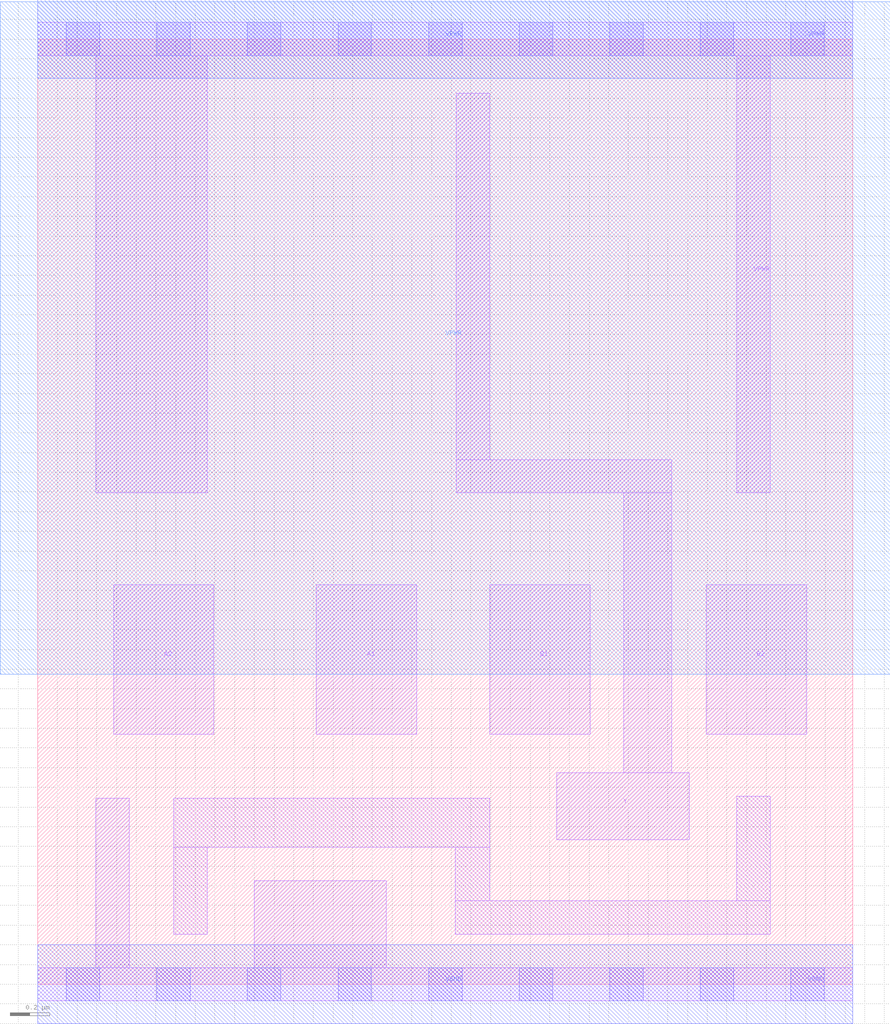
<source format=lef>
VERSION 5.7 ;
  NOWIREEXTENSIONATPIN ON ;
  DIVIDERCHAR "/" ;
  BUSBITCHARS "[]" ;
MACRO thesis_oai22
  CLASS CORE ;
  FOREIGN thesis_oai22 ;
  ORIGIN 0.000 0.000 ;
  SIZE 4.140 BY 4.800 ;
  PIN A2
    DIRECTION INPUT ;
    USE SIGNAL ;
    ANTENNAGATEAREA 0.553500 ;
    PORT
      LAYER li1 ;
        RECT 0.385 1.270 0.895 2.030 ;
    END
  END A2
  PIN A1
    DIRECTION INPUT ;
    USE SIGNAL ;
    ANTENNAGATEAREA 0.553500 ;
    PORT
      LAYER li1 ;
        RECT 1.415 1.270 1.925 2.030 ;
    END
  END A1
  PIN B1
    DIRECTION INPUT ;
    USE SIGNAL ;
    ANTENNAGATEAREA 0.553500 ;
    PORT
      LAYER li1 ;
        RECT 2.295 1.270 2.805 2.030 ;
    END
  END B1
  PIN B2
    DIRECTION INPUT ;
    USE SIGNAL ;
    ANTENNAGATEAREA 0.553500 ;
    PORT
      LAYER li1 ;
        RECT 3.395 1.270 3.905 2.030 ;
    END
  END B2
  PIN Y
    DIRECTION OUTPUT ;
    USE SIGNAL ;
    ANTENNADIFFAREA 2.287800 ;
    PORT
      LAYER li1 ;
        RECT 2.125 2.665 2.295 4.525 ;
        RECT 2.125 2.495 3.220 2.665 ;
        RECT 2.975 1.075 3.220 2.495 ;
        RECT 2.635 0.735 3.310 1.075 ;
    END
  END Y
  PIN VPWR
    DIRECTION INOUT ;
    USE POWER ;
    PORT
      LAYER nwell ;
        RECT -0.190 1.575 4.330 4.990 ;
      LAYER li1 ;
        RECT 0.000 4.715 4.140 4.885 ;
        RECT 0.295 2.495 0.860 4.715 ;
        RECT 3.550 2.495 3.720 4.715 ;
      LAYER mcon ;
        RECT 0.145 4.715 0.315 4.885 ;
        RECT 0.605 4.715 0.775 4.885 ;
        RECT 1.065 4.715 1.235 4.885 ;
        RECT 1.525 4.715 1.695 4.885 ;
        RECT 1.985 4.715 2.155 4.885 ;
        RECT 2.445 4.715 2.615 4.885 ;
        RECT 2.905 4.715 3.075 4.885 ;
        RECT 3.365 4.715 3.535 4.885 ;
        RECT 3.825 4.715 3.995 4.885 ;
      LAYER met1 ;
        RECT 0.000 4.600 4.140 5.000 ;
    END
  END VPWR
  PIN VGND
    DIRECTION INOUT ;
    USE GROUND ;
    PORT
      LAYER li1 ;
        RECT 0.295 0.085 0.465 0.945 ;
        RECT 1.100 0.085 1.770 0.525 ;
        RECT 0.000 -0.085 4.140 0.085 ;
      LAYER mcon ;
        RECT 0.145 -0.085 0.315 0.085 ;
        RECT 0.605 -0.085 0.775 0.085 ;
        RECT 1.065 -0.085 1.235 0.085 ;
        RECT 1.525 -0.085 1.695 0.085 ;
        RECT 1.985 -0.085 2.155 0.085 ;
        RECT 2.445 -0.085 2.615 0.085 ;
        RECT 2.905 -0.085 3.075 0.085 ;
        RECT 3.365 -0.085 3.535 0.085 ;
        RECT 3.825 -0.085 3.995 0.085 ;
      LAYER met1 ;
        RECT 0.000 -0.200 4.140 0.200 ;
    END
  END VGND
  OBS
      LAYER li1 ;
        RECT 0.690 0.695 2.295 0.945 ;
        RECT 0.690 0.255 0.860 0.695 ;
        RECT 2.120 0.425 2.295 0.695 ;
        RECT 3.550 0.425 3.720 0.955 ;
        RECT 2.120 0.255 3.720 0.425 ;
  END
END thesis_oai22
END LIBRARY


</source>
